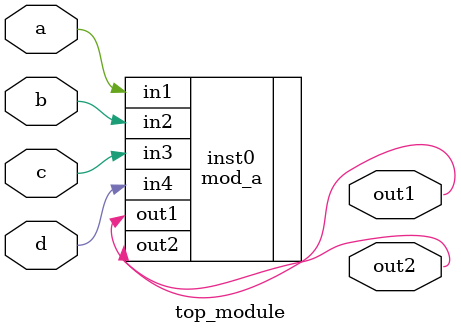
<source format=v>
module top_module ( 
    input a, 
    input b, 
    input c,
    input d,
    output out1,
    output out2
);
    mod_a inst0 (.in1(a), .in2(b), .in3(c), .in4(d), .out1(out1), .out2(out2));
endmodule

</source>
